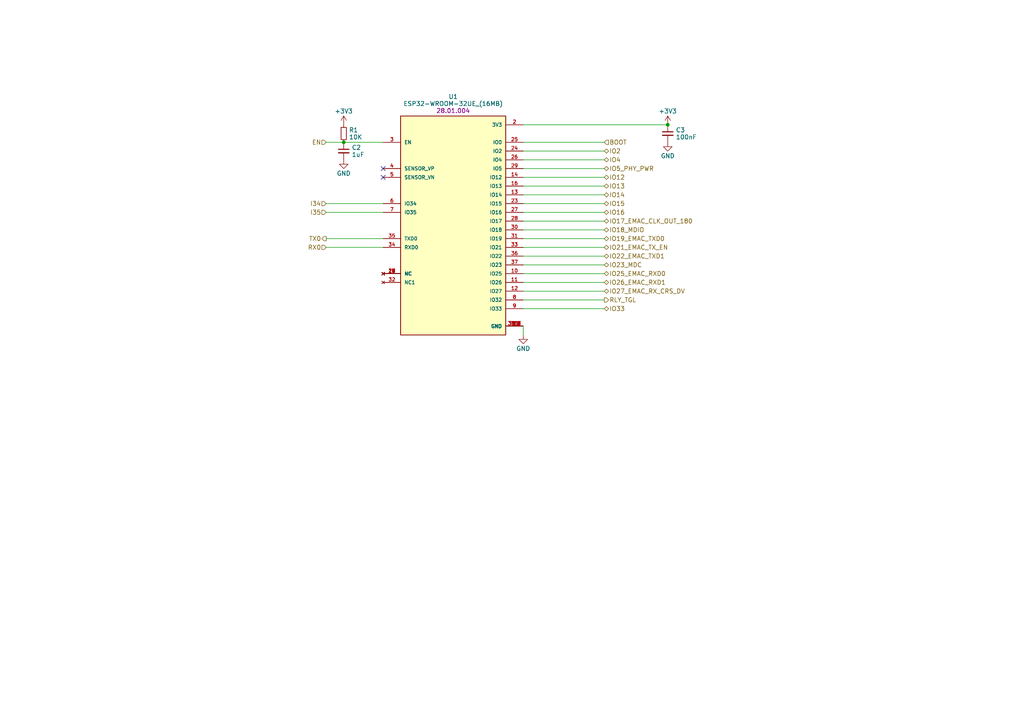
<source format=kicad_sch>
(kicad_sch (version 20230121) (generator eeschema)
  (paper "A4")
  (lib_symbols
    (symbol "Device:C_Small" (pin_numbers hide) (pin_names (offset 0.254) hide)
      (property "Reference" "C" (at 0.254 1.778 0))
      (property "Value" "C_Small" (at 0.254 -2.032 0))
      (symbol "C_Small_0_1"
        (polyline (pts (xy -1.524 -0.508) (xy 1.524 -0.508)) (stroke (width 0.3302)))
        (polyline (pts (xy -1.524 0.508) (xy 1.524 0.508)) (stroke (width 0.3048)))
      )
      (symbol "C_Small_1_1"
        (pin passive line (at 0 2.54 270) (length 2.032) (name "~") (number "1"))
        (pin passive line (at 0 -2.54 90) (length 2.032) (name "~") (number "2"))
      )
    )
    (symbol "Device:R_Small" (pin_numbers hide) (pin_names (offset 0.254) hide)
      (property "Reference" "R" (at 0.762 0.508 0))
      (property "Value" "R_Small" (at 0.762 -1.016 0))
      (symbol "R_Small_0_1"
        (rectangle (start -0.762 1.778) (end 0.762 -1.778) (stroke (width 0.2032)))
      )
      (symbol "R_Small_1_1"
        (pin passive line (at 0 2.54 270) (length 0.762) (name "~") (number "1"))
        (pin passive line (at 0 -2.54 90) (length 0.762) (name "~") (number "2"))
      )
    )
    (symbol "manul_tech:ESP32-WROOM-32UE_(16MB)" (pin_names (offset 1.016))
      (property "Reference" "U" (at -15.24 33.909 0))
      (property "Value" "ESP32-WROOM-32UE_(16MB)" (at -15.24 -33.02 0))
      (property "internalRef" "28.01.004" (at 0 34.925 0))
      (symbol "ESP32-WROOM-32UE_(16MB)_0_0"
        (rectangle (start -15.24 -30.48) (end 15.24 33.02) (stroke (width 0.254)) (fill (type background)))
        (pin power_in line (at 20.32 -27.94 180) (length 5.08) (name "GND") (number "1"))
        (pin bidirectional line (at 20.32 -12.7 180) (length 5.08) (name "IO25") (number "10"))
        (pin bidirectional line (at 20.32 -15.24 180) (length 5.08) (name "IO26") (number "11"))
        (pin bidirectional line (at 20.32 -17.78 180) (length 5.08) (name "IO27") (number "12"))
        (pin bidirectional line (at 20.32 10.16 180) (length 5.08) (name "IO14") (number "13"))
        (pin bidirectional line (at 20.32 15.24 180) (length 5.08) (name "IO12") (number "14"))
        (pin power_in line (at 20.32 -27.94 180) (length 5.08) (name "GND") (number "15"))
        (pin bidirectional line (at 20.32 12.7 180) (length 5.08) (name "IO13") (number "16"))
        (pin no_connect line (at -20.32 -12.7 0) (length 5.08) (name "NC") (number "17"))
        (pin no_connect line (at -20.32 -12.7 0) (length 5.08) (name "NC") (number "18"))
        (pin no_connect line (at -20.32 -12.7 0) (length 5.08) (name "NC") (number "19"))
        (pin power_in line (at 20.32 30.48 180) (length 5.08) (name "3V3") (number "2"))
        (pin no_connect line (at -20.32 -12.7 0) (length 5.08) (name "NC") (number "20"))
        (pin no_connect line (at -20.32 -12.7 0) (length 5.08) (name "NC") (number "21"))
        (pin no_connect line (at -20.32 -12.7 0) (length 5.08) (name "NC") (number "22"))
        (pin bidirectional line (at 20.32 7.62 180) (length 5.08) (name "IO15") (number "23"))
        (pin bidirectional line (at 20.32 22.86 180) (length 5.08) (name "IO2") (number "24"))
        (pin bidirectional line (at 20.32 25.4 180) (length 5.08) (name "IO0") (number "25"))
        (pin bidirectional line (at 20.32 20.32 180) (length 5.08) (name "IO4") (number "26"))
        (pin bidirectional line (at 20.32 5.08 180) (length 5.08) (name "IO16") (number "27"))
        (pin bidirectional line (at 20.32 2.54 180) (length 5.08) (name "IO17") (number "28"))
        (pin bidirectional line (at 20.32 17.78 180) (length 5.08) (name "IO5") (number "29"))
        (pin input line (at -20.32 25.4 0) (length 5.08) (name "EN") (number "3"))
        (pin bidirectional line (at 20.32 0 180) (length 5.08) (name "IO18") (number "30"))
        (pin bidirectional line (at 20.32 -2.54 180) (length 5.08) (name "IO19") (number "31"))
        (pin no_connect line (at -20.32 -15.24 0) (length 5.08) (name "NC1") (number "32"))
        (pin bidirectional line (at 20.32 -5.08 180) (length 5.08) (name "IO21") (number "33"))
        (pin bidirectional line (at -20.32 -5.08 0) (length 5.08) (name "RXD0") (number "34"))
        (pin bidirectional line (at -20.32 -2.54 0) (length 5.08) (name "TXD0") (number "35"))
        (pin bidirectional line (at 20.32 -7.62 180) (length 5.08) (name "IO22") (number "36"))
        (pin bidirectional line (at 20.32 -10.16 180) (length 5.08) (name "IO23") (number "37"))
        (pin power_in line (at 20.32 -27.94 180) (length 5.08) (name "GND") (number "38"))
        (pin power_in line (at 20.32 -27.94 180) (length 5.08) (name "GND") (number "39_1"))
        (pin power_in line (at 20.32 -27.94 180) (length 5.08) (name "GND") (number "39_2"))
        (pin power_in line (at 20.32 -27.94 180) (length 5.08) (name "GND") (number "39_3"))
        (pin power_in line (at 20.32 -27.94 180) (length 5.08) (name "GND") (number "39_4"))
        (pin power_in line (at 20.32 -27.94 180) (length 5.08) (name "GND") (number "39_5"))
        (pin power_in line (at 20.32 -27.94 180) (length 5.08) (name "GND") (number "39_6"))
        (pin power_in line (at 20.32 -27.94 180) (length 5.08) (name "GND") (number "39_7"))
        (pin power_in line (at 20.32 -27.94 180) (length 5.08) (name "GND") (number "39_8"))
        (pin power_in line (at 20.32 -27.94 180) (length 5.08) (name "GND") (number "39_9"))
        (pin input line (at -20.32 17.78 0) (length 5.08) (name "SENSOR_VP") (number "4"))
        (pin input line (at -20.32 15.24 0) (length 5.08) (name "SENSOR_VN") (number "5"))
        (pin input line (at -20.32 7.62 0) (length 5.08) (name "IO34") (number "6"))
        (pin input line (at -20.32 5.08 0) (length 5.08) (name "IO35") (number "7"))
        (pin bidirectional line (at 20.32 -20.32 180) (length 5.08) (name "IO32") (number "8"))
        (pin bidirectional line (at 20.32 -22.86 180) (length 5.08) (name "IO33") (number "9"))
      )
    )
    (symbol "power:+3V3" (power) (pin_names (offset 0))
      (property "Value" "+3V3" (at 0 3.556 0))
      (symbol "+3V3_0_1"
        (polyline (pts (xy -0.762 1.27) (xy 0 2.54)))
        (polyline (pts (xy 0 0) (xy 0 2.54)))
        (polyline (pts (xy 0 2.54) (xy 0.762 1.27)))
      )
      (symbol "+3V3_1_1"
        (pin power_in line (at 0 0 90) (length 0) hide (name "+3V3") (number "1"))
      )
    )
    (symbol "power:GND" (power) (pin_names (offset 0))
      (property "Value" "GND" (at 0 -3.81 0))
      (symbol "GND_0_1"
        (polyline (pts (xy 0 0) (xy 0 -1.27) (xy 1.27 -1.27) (xy 0 -2.54) (xy -1.27 -1.27) (xy 0 -1.27)))
      )
      (symbol "GND_1_1"
        (pin power_in line (at 0 0 270) (length 0) hide (name "GND") (number "1"))
      )
    )
  )
  (junction (at 193.675 36.195))
  (junction (at 99.695 41.275))
  (no_connect (at 111.125 48.895))
  (no_connect (at 111.125 51.435))
  (wire (pts (xy 151.765 84.455) (xy 175.26 84.455)))
  (wire (pts (xy 94.615 59.055) (xy 111.125 59.055)))
  (wire (pts (xy 151.765 74.295) (xy 175.26 74.295)))
  (wire (pts (xy 151.765 76.835) (xy 175.26 76.835)))
  (wire (pts (xy 94.615 61.595) (xy 111.125 61.595)))
  (wire (pts (xy 151.765 94.615) (xy 151.765 97.155)))
  (wire (pts (xy 99.695 41.275) (xy 111.125 41.275)))
  (wire (pts (xy 151.765 71.755) (xy 175.26 71.755)))
  (wire (pts (xy 151.765 86.995) (xy 175.26 86.995)))
  (wire (pts (xy 151.765 61.595) (xy 175.26 61.595)))
  (wire (pts (xy 151.765 51.435) (xy 175.26 51.435)))
  (wire (pts (xy 151.765 89.535) (xy 175.26 89.535)))
  (wire (pts (xy 151.765 43.815) (xy 175.26 43.815)))
  (wire (pts (xy 94.615 71.755) (xy 111.125 71.755)))
  (wire (pts (xy 151.765 79.375) (xy 175.26 79.375)))
  (wire (pts (xy 151.765 56.515) (xy 175.26 56.515)))
  (wire (pts (xy 94.615 41.275) (xy 99.695 41.275)))
  (wire (pts (xy 151.765 41.275) (xy 175.26 41.275)))
  (wire (pts (xy 94.615 69.215) (xy 111.125 69.215)))
  (wire (pts (xy 151.765 64.135) (xy 175.26 64.135)))
  (wire (pts (xy 151.765 69.215) (xy 175.26 69.215)))
  (wire (pts (xy 151.765 66.675) (xy 175.26 66.675)))
  (wire (pts (xy 151.765 59.055) (xy 175.26 59.055)))
  (wire (pts (xy 151.765 53.975) (xy 175.26 53.975)))
  (wire (pts (xy 151.765 36.195) (xy 193.675 36.195)))
  (wire (pts (xy 151.765 48.895) (xy 175.26 48.895)))
  (wire (pts (xy 151.765 46.355) (xy 175.26 46.355)))
  (wire (pts (xy 151.765 81.915) (xy 175.26 81.915)))
  (hierarchical_label "IO25_EMAC_RXD0" (shape bidirectional) (at 175.26 79.375 0))
  (hierarchical_label "IO12" (shape bidirectional) (at 175.26 51.435 0))
  (hierarchical_label "RLY_TGL" (shape output) (at 175.26 86.995 0))
  (hierarchical_label "IO33" (shape bidirectional) (at 175.26 89.535 0))
  (hierarchical_label "EN" (shape input) (at 94.615 41.275 180))
  (hierarchical_label "IO23_MDC" (shape bidirectional) (at 175.26 76.835 0))
  (hierarchical_label "IO15" (shape bidirectional) (at 175.26 59.055 0))
  (hierarchical_label "I35" (shape input) (at 94.615 61.595 180))
  (hierarchical_label "IO19_EMAC_TXD0" (shape bidirectional) (at 175.26 69.215 0))
  (hierarchical_label "IO18_MDIO" (shape bidirectional) (at 175.26 66.675 0))
  (hierarchical_label "BOOT" (shape input) (at 175.26 41.275 0))
  (hierarchical_label "IO17_EMAC_CLK_OUT_180" (shape bidirectional) (at 175.26 64.135 0))
  (hierarchical_label "TX0" (shape output) (at 94.615 69.215 180))
  (hierarchical_label "IO21_EMAC_TX_EN" (shape bidirectional) (at 175.26 71.755 0))
  (hierarchical_label "IO13" (shape bidirectional) (at 175.26 53.975 0))
  (hierarchical_label "IO22_EMAC_TXD1" (shape bidirectional) (at 175.26 74.295 0))
  (hierarchical_label "I34" (shape input) (at 94.615 59.055 180))
  (hierarchical_label "IO26_EMAC_RXD1" (shape bidirectional) (at 175.26 81.915 0))
  (hierarchical_label "RX0" (shape input) (at 94.615 71.755 180))
  (hierarchical_label "IO27_EMAC_RX_CRS_DV" (shape bidirectional) (at 175.26 84.455 0))
  (hierarchical_label "IO5_PHY_PWR" (shape bidirectional) (at 175.26 48.895 0))
  (hierarchical_label "IO14" (shape bidirectional) (at 175.26 56.515 0))
  (hierarchical_label "IO2" (shape bidirectional) (at 175.26 43.815 0))
  (hierarchical_label "IO16" (shape bidirectional) (at 175.26 61.595 0))
  (hierarchical_label "IO4" (shape bidirectional) (at 175.26 46.355 0))
  (symbol (lib_id "Device:C_Small") (at 99.695 43.815 0) (unit 1)
    (property "Reference" "C2" (at 102.0191 42.7973 0) (effects (justify left)))
    (property "Value" "1uF" (at 102.0191 44.8453 0) (effects (justify left)))
    (property "Footprint" "Capacitor_SMD:C_0402_1005Metric" (effects hide))
  )
  (symbol (lib_id "power:GND") (at 151.765 97.155 0) (unit 1)
    (property "Reference" "#PWR06" (effects hide))
    (property "Value" "GND" (at 151.765 101.1 0))
  )
  (symbol (lib_id "power:+3V3") (at 193.675 36.195 0) (unit 1)
    (property "Reference" "#PWR07" (effects hide))
    (property "Value" "+3V3" (at 193.675 32.25 0))
  )
  (symbol (lib_id "power:GND") (at 99.695 46.355 0) (unit 1)
    (property "Reference" "#PWR05" (effects hide))
    (property "Value" "GND" (at 99.695 50.3 0))
  )
  (symbol (lib_id "Device:C_Small") (at 193.675 38.735 0) (unit 1)
    (property "Reference" "C3" (at 195.9991 37.7173 0) (effects (justify left)))
    (property "Value" "100nF" (at 195.9991 39.7653 0) (effects (justify left)))
    (property "Footprint" "Capacitor_SMD:C_0402_1005Metric" (effects hide))
  )
  (symbol (lib_id "Device:R_Small") (at 99.695 38.735 0) (mirror y) (unit 1)
    (property "Reference" "R1" (at 101.1936 37.711 0) (effects (justify right)))
    (property "Value" "10K" (at 101.1936 39.759 0) (effects (justify right)))
    (property "Footprint" "Capacitor_SMD:C_0402_1005Metric" (effects hide))
  )
  (symbol (lib_id "power:+3V3") (at 99.695 36.195 0) (unit 1)
    (property "Reference" "#PWR04" (effects hide))
    (property "Value" "+3V3" (at 99.695 32.25 0))
  )
  (symbol (lib_id "power:GND") (at 193.675 41.275 0) (unit 1)
    (property "Reference" "#PWR08" (effects hide))
    (property "Value" "GND" (at 193.675 45.22 0))
  )
  (symbol (lib_id "manul_tech:ESP32-WROOM-32UE_(16MB)") (at 131.445 66.675 0) (unit 1)
    (property "Reference" "U1" (at 131.445 28.027 0))
    (property "Value" "ESP32-WROOM-32UE_(16MB)" (at 131.445 30.075 0))
    (property "Footprint" "manul_tech:XCVR_ESP32-WROOM-32UE_(16MB)" (effects hide))
    (property "MANUFACTURER" "Espressif Systems" (effects hide))
    (property "MAXIMUM_PACKAGE_HEIGHT" "3.25mm" (effects hide))
    (property "STANDARD" "Manufacturer Recommendations" (effects hide))
    (property "PARTREV" "1.4" (effects hide))
    (property "internalRef" "28.01.004" (at 131.445 32.123 0))
  )
)
</source>
